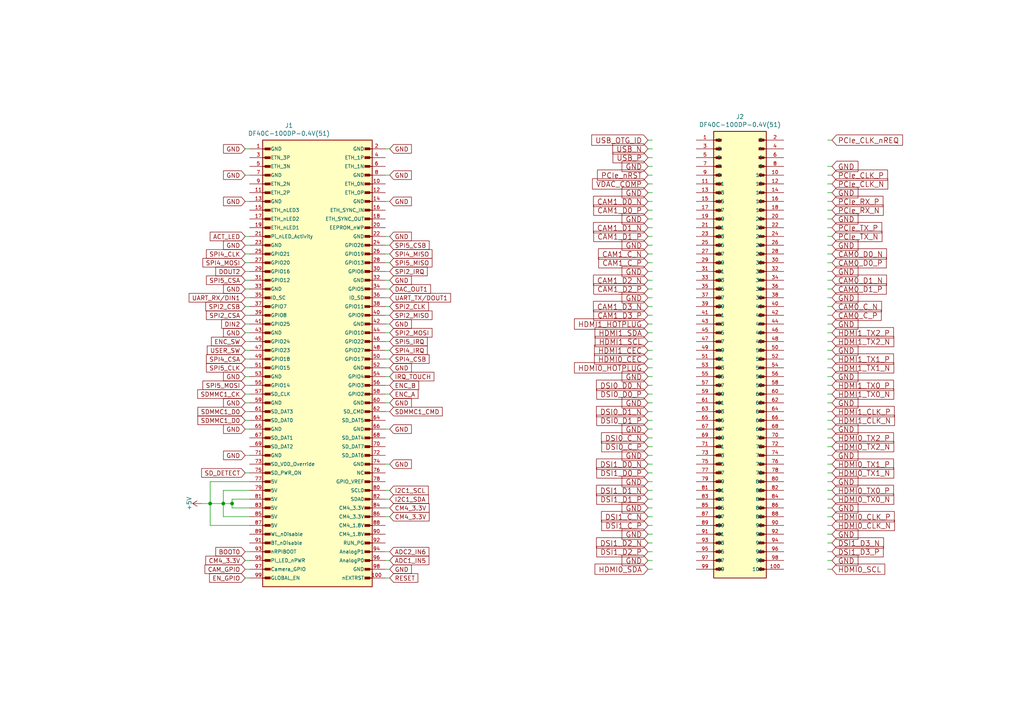
<source format=kicad_sch>
(kicad_sch (version 20230121) (generator eeschema)
  (paper "A4")
  (lib_symbols
    (symbol "DF40C-100DP-0.4V(51)_1" (pin_names (offset 1.016))
      (property "Reference" "J10" (at -7.62 70.2818 0))
      (property "Value" "DF40C-100DP-0.4V(51)" (at -7.62 67.9704 0))
      (symbol "DF40C-100DP-0.4V(51)_1_1_0"
        (pin passive line (at -19.05 63.5 0) (length 5.08) (name "GND") (number "1"))
        (pin passive line (at 20.32 53.34 180) (length 5.08) (name "ETH_0N") (number "10"))
        (pin passive line (at 20.32 -60.96 180) (length 5.08) (name "nEXTRST") (number "100"))
        (pin passive line (at -19.05 50.8 0) (length 5.08) (name "ETH_2P") (number "11"))
        (pin passive line (at 20.32 50.8 180) (length 5.08) (name "ETH_0P") (number "12"))
        (pin passive line (at -19.05 48.26 0) (length 5.08) (name "GND") (number "13"))
        (pin passive line (at 20.32 48.26 180) (length 5.08) (name "GND") (number "14"))
        (pin passive line (at -19.05 45.72 0) (length 5.08) (name "ETH_nLED3") (number "15"))
        (pin passive line (at 20.32 45.72 180) (length 5.08) (name "ETH_SYNC_IN") (number "16"))
        (pin passive line (at -19.05 43.18 0) (length 5.08) (name "ETH_nLED2") (number "17"))
        (pin passive line (at 20.32 43.18 180) (length 5.08) (name "ETH_SYNC_OUT") (number "18"))
        (pin passive line (at -19.05 40.64 0) (length 5.08) (name "ETH_nLED1") (number "19"))
        (pin passive line (at 20.32 63.5 180) (length 5.08) (name "GND") (number "2"))
        (pin passive line (at 20.32 40.64 180) (length 5.08) (name "EEPROM_nWP") (number "20"))
        (pin passive line (at -19.05 38.1 0) (length 5.08) (name "Pi_nLED_Activity") (number "21"))
        (pin passive line (at 20.32 38.1 180) (length 5.08) (name "GND") (number "22"))
        (pin passive line (at -19.05 35.56 0) (length 5.08) (name "GND") (number "23"))
        (pin passive line (at 20.32 35.56 180) (length 5.08) (name "GPIO26") (number "24"))
        (pin passive line (at -19.05 33.02 0) (length 5.08) (name "GPIO21") (number "25"))
        (pin passive line (at 20.32 33.02 180) (length 5.08) (name "GPIO19") (number "26"))
        (pin passive line (at -19.05 30.48 0) (length 5.08) (name "GPIO20") (number "27"))
        (pin passive line (at 20.32 30.48 180) (length 5.08) (name "GPIO13") (number "28"))
        (pin passive line (at -19.05 27.94 0) (length 5.08) (name "GPIO16") (number "29"))
        (pin passive line (at -19.05 60.96 0) (length 5.08) (name "ETN_3P") (number "3"))
        (pin passive line (at 20.32 27.94 180) (length 5.08) (name "GPIO6") (number "30"))
        (pin passive line (at -19.05 25.4 0) (length 5.08) (name "GPIO12") (number "31"))
        (pin passive line (at 20.32 25.4 180) (length 5.08) (name "GND") (number "32"))
        (pin passive line (at -19.05 22.86 0) (length 5.08) (name "GND") (number "33"))
        (pin passive line (at 20.32 22.86 180) (length 5.08) (name "GPIO5") (number "34"))
        (pin passive line (at -19.05 20.32 0) (length 5.08) (name "ID_SC") (number "35"))
        (pin passive line (at 20.32 20.32 180) (length 5.08) (name "ID_SD") (number "36"))
        (pin passive line (at -19.05 17.78 0) (length 5.08) (name "GPIO7") (number "37"))
        (pin passive line (at 20.32 17.78 180) (length 5.08) (name "GPIO11") (number "38"))
        (pin passive line (at -19.05 15.24 0) (length 5.08) (name "GPIO8") (number "39"))
        (pin passive line (at 20.32 60.96 180) (length 5.08) (name "ETH_1P") (number "4"))
        (pin passive line (at 20.32 15.24 180) (length 5.08) (name "GPIO9") (number "40"))
        (pin passive line (at -19.05 12.7 0) (length 5.08) (name "GPIO25") (number "41"))
        (pin passive line (at 20.32 12.7 180) (length 5.08) (name "GND") (number "42"))
        (pin passive line (at -19.05 10.16 0) (length 5.08) (name "GND") (number "43"))
        (pin passive line (at 20.32 10.16 180) (length 5.08) (name "GPIO10") (number "44"))
        (pin passive line (at -19.05 7.62 0) (length 5.08) (name "GPIO24") (number "45"))
        (pin passive line (at 20.32 7.62 180) (length 5.08) (name "GPIO22") (number "46"))
        (pin passive line (at -19.05 5.08 0) (length 5.08) (name "GPIO23") (number "47"))
        (pin passive line (at 20.32 5.08 180) (length 5.08) (name "GPIO27") (number "48"))
        (pin passive line (at -19.05 2.54 0) (length 5.08) (name "GPIO18") (number "49"))
        (pin passive line (at -19.05 58.42 0) (length 5.08) (name "ETH_3N") (number "5"))
        (pin passive line (at 20.32 2.54 180) (length 5.08) (name "GPIO17") (number "50"))
        (pin passive line (at -19.05 0 0) (length 5.08) (name "GPIO15") (number "51"))
        (pin passive line (at 20.32 0 180) (length 5.08) (name "GND") (number "52"))
        (pin passive line (at -19.05 -2.54 0) (length 5.08) (name "GND") (number "53"))
        (pin passive line (at 20.32 -2.54 180) (length 5.08) (name "GPIO4") (number "54"))
        (pin passive line (at -19.05 -5.08 0) (length 5.08) (name "GPIO14") (number "55"))
        (pin passive line (at 20.32 -5.08 180) (length 5.08) (name "GPIO3") (number "56"))
        (pin passive line (at -19.05 -7.62 0) (length 5.08) (name "SD_CLK") (number "57"))
        (pin passive line (at 20.32 -7.62 180) (length 5.08) (name "GPIO2") (number "58"))
        (pin passive line (at -19.05 -10.16 0) (length 5.08) (name "GND") (number "59"))
        (pin passive line (at 20.32 58.42 180) (length 5.08) (name "ETH_1N") (number "6"))
        (pin passive line (at 20.32 -10.16 180) (length 5.08) (name "GND") (number "60"))
        (pin passive line (at -19.05 -12.7 0) (length 5.08) (name "SD_DAT3") (number "61"))
        (pin passive line (at 20.32 -12.7 180) (length 5.08) (name "SD_CMD") (number "62"))
        (pin passive line (at -19.05 -15.24 0) (length 5.08) (name "SD_DAT0") (number "63"))
        (pin passive line (at 20.32 -15.24 180) (length 5.08) (name "SD_DAT5") (number "64"))
        (pin passive line (at -19.05 -17.78 0) (length 5.08) (name "GND") (number "65"))
        (pin passive line (at 20.32 -17.78 180) (length 5.08) (name "GND") (number "66"))
        (pin passive line (at -19.05 -20.32 0) (length 5.08) (name "SD_DAT1") (number "67"))
        (pin passive line (at 20.32 -20.32 180) (length 5.08) (name "SD_DAT4") (number "68"))
        (pin passive line (at -19.05 -22.86 0) (length 5.08) (name "SD_DAT2") (number "69"))
        (pin passive line (at -19.05 55.88 0) (length 5.08) (name "GND") (number "7"))
        (pin passive line (at 20.32 -22.86 180) (length 5.08) (name "SD_DAT7") (number "70"))
        (pin passive line (at -19.05 -25.4 0) (length 5.08) (name "GND") (number "71"))
        (pin passive line (at 20.32 -25.4 180) (length 5.08) (name "SD_DAT6") (number "72"))
        (pin passive line (at -19.05 -27.94 0) (length 5.08) (name "SD_VDD_Override") (number "73"))
        (pin passive line (at 20.32 -27.94 180) (length 5.08) (name "GND") (number "74"))
        (pin passive line (at -19.05 -30.48 0) (length 5.08) (name "SD_PWR_ON") (number "75"))
        (pin passive line (at 20.32 -30.48 180) (length 5.08) (name "NC") (number "76"))
        (pin passive line (at -19.05 -33.02 0) (length 5.08) (name "5V") (number "77"))
        (pin passive line (at 20.32 -33.02 180) (length 5.08) (name "GPIO_VREF") (number "78"))
        (pin passive line (at -19.05 -35.56 0) (length 5.08) (name "5V") (number "79"))
        (pin passive line (at 20.32 55.88 180) (length 5.08) (name "GND") (number "8"))
        (pin passive line (at 20.32 -35.56 180) (length 5.08) (name "SCL0") (number "80"))
        (pin passive line (at -19.05 -38.1 0) (length 5.08) (name "5V") (number "81"))
        (pin passive line (at 20.32 -38.1 180) (length 5.08) (name "SDA0") (number "82"))
        (pin passive line (at -19.05 -40.64 0) (length 5.08) (name "5V") (number "83"))
        (pin passive line (at 20.32 -40.64 180) (length 5.08) (name "CM4_3.3V") (number "84"))
        (pin passive line (at -19.05 -43.18 0) (length 5.08) (name "5V") (number "85"))
        (pin passive line (at 20.32 -43.18 180) (length 5.08) (name "CM4_3.3V") (number "86"))
        (pin passive line (at -19.05 -45.72 0) (length 5.08) (name "5V") (number "87"))
        (pin passive line (at 20.32 -45.72 180) (length 5.08) (name "CM4_1.8V") (number "88"))
        (pin passive line (at -19.05 -48.26 0) (length 5.08) (name "WL_nDisable") (number "89"))
        (pin passive line (at -19.05 53.34 0) (length 5.08) (name "ETN_2N") (number "9"))
        (pin passive line (at 20.32 -48.26 180) (length 5.08) (name "CM4_1.8V") (number "90"))
        (pin passive line (at -19.05 -50.8 0) (length 5.08) (name "BT_nDisable") (number "91"))
        (pin passive line (at 20.32 -50.8 180) (length 5.08) (name "RUN_PG") (number "92"))
        (pin passive line (at -19.05 -53.34 0) (length 5.08) (name "nRPIBOOT") (number "93"))
        (pin passive line (at 20.32 -53.34 180) (length 5.08) (name "AnalogP1") (number "94"))
        (pin passive line (at -19.05 -55.88 0) (length 5.08) (name "PI_LED_nPWR") (number "95"))
        (pin passive line (at 20.32 -55.88 180) (length 5.08) (name "AnalogP0") (number "96"))
        (pin passive line (at -19.05 -58.42 0) (length 5.08) (name "Camera_GPIO") (number "97"))
        (pin passive line (at 20.32 -58.42 180) (length 5.08) (name "GND") (number "98"))
        (pin passive line (at -19.05 -60.96 0) (length 5.08) (name "GLOBAL_EN") (number "99"))
      )
    )
    (symbol "DF40C-100DP-0.4V_51_:DF40C-100DP-0.4V(51)" (pin_names (offset 1.016))
      (property "Reference" "J" (at -7.62 64.262 0))
      (property "Value" "DF40C-100DP-0.4V(51)" (at -7.62 -66.802 0))
      (symbol "DF40C-100DP-0.4V(51)_0_0"
        (pin passive line (at -12.7 60.96 0) (length 5.08) (name "1") (number "1"))
        (pin passive line (at 12.7 50.8 180) (length 5.08) (name "10") (number "10"))
        (pin passive line (at 12.7 -63.5 180) (length 5.08) (name "100") (number "100"))
        (pin passive line (at -12.7 48.26 0) (length 5.08) (name "11") (number "11"))
        (pin passive line (at 12.7 48.26 180) (length 5.08) (name "12") (number "12"))
        (pin passive line (at -12.7 45.72 0) (length 5.08) (name "13") (number "13"))
        (pin passive line (at 12.7 45.72 180) (length 5.08) (name "14") (number "14"))
        (pin passive line (at -12.7 43.18 0) (length 5.08) (name "15") (number "15"))
        (pin passive line (at 12.7 43.18 180) (length 5.08) (name "16") (number "16"))
        (pin passive line (at -12.7 40.64 0) (length 5.08) (name "17") (number "17"))
        (pin passive line (at 12.7 40.64 180) (length 5.08) (name "18") (number "18"))
        (pin passive line (at -12.7 38.1 0) (length 5.08) (name "19") (number "19"))
        (pin passive line (at 12.7 60.96 180) (length 5.08) (name "2") (number "2"))
        (pin passive line (at 12.7 38.1 180) (length 5.08) (name "20") (number "20"))
        (pin passive line (at -12.7 35.56 0) (length 5.08) (name "21") (number "21"))
        (pin passive line (at 12.7 35.56 180) (length 5.08) (name "22") (number "22"))
        (pin passive line (at -12.7 33.02 0) (length 5.08) (name "23") (number "23"))
        (pin passive line (at 12.7 33.02 180) (length 5.08) (name "24") (number "24"))
        (pin passive line (at -12.7 30.48 0) (length 5.08) (name "25") (number "25"))
        (pin passive line (at 12.7 30.48 180) (length 5.08) (name "26") (number "26"))
        (pin passive line (at -12.7 27.94 0) (length 5.08) (name "27") (number "27"))
        (pin passive line (at 12.7 27.94 180) (length 5.08) (name "28") (number "28"))
        (pin passive line (at -12.7 25.4 0) (length 5.08) (name "29") (number "29"))
        (pin passive line (at -12.7 58.42 0) (length 5.08) (name "3") (number "3"))
        (pin passive line (at 12.7 25.4 180) (length 5.08) (name "30") (number "30"))
        (pin passive line (at -12.7 22.86 0) (length 5.08) (name "31") (number "31"))
        (pin passive line (at 12.7 22.86 180) (length 5.08) (name "32") (number "32"))
        (pin passive line (at -12.7 20.32 0) (length 5.08) (name "33") (number "33"))
        (pin passive line (at 12.7 20.32 180) (length 5.08) (name "34") (number "34"))
        (pin passive line (at -12.7 17.78 0) (length 5.08) (name "35") (number "35"))
        (pin passive line (at 12.7 17.78 180) (length 5.08) (name "36") (number "36"))
        (pin passive line (at -12.7 15.24 0) (length 5.08) (name "37") (number "37"))
        (pin passive line (at 12.7 15.24 180) (length 5.08) (name "38") (number "38"))
        (pin passive line (at -12.7 12.7 0) (length 5.08) (name "39") (number "39"))
        (pin passive line (at 12.7 58.42 180) (length 5.08) (name "4") (number "4"))
        (pin passive line (at 12.7 12.7 180) (length 5.08) (name "40") (number "40"))
        (pin passive line (at -12.7 10.16 0) (length 5.08) (name "41") (number "41"))
        (pin passive line (at 12.7 10.16 180) (length 5.08) (name "42") (number "42"))
        (pin passive line (at -12.7 7.62 0) (length 5.08) (name "43") (number "43"))
        (pin passive line (at 12.7 7.62 180) (length 5.08) (name "44") (number "44"))
        (pin passive line (at -12.7 5.08 0) (length 5.08) (name "45") (number "45"))
        (pin passive line (at 12.7 5.08 180) (length 5.08) (name "46") (number "46"))
        (pin passive line (at -12.7 2.54 0) (length 5.08) (name "47") (number "47"))
        (pin passive line (at 12.7 2.54 180) (length 5.08) (name "48") (number "48"))
        (pin passive line (at -12.7 0 0) (length 5.08) (name "49") (number "49"))
        (pin passive line (at -12.7 55.88 0) (length 5.08) (name "5") (number "5"))
        (pin passive line (at 12.7 0 180) (length 5.08) (name "50") (number "50"))
        (pin passive line (at -12.7 -2.54 0) (length 5.08) (name "51") (number "51"))
        (pin passive line (at 12.7 -2.54 180) (length 5.08) (name "52") (number "52"))
        (pin passive line (at -12.7 -5.08 0) (length 5.08) (name "53") (number "53"))
        (pin passive line (at 12.7 -5.08 180) (length 5.08) (name "54") (number "54"))
        (pin passive line (at -12.7 -7.62 0) (length 5.08) (name "55") (number "55"))
        (pin passive line (at 12.7 -7.62 180) (length 5.08) (name "56") (number "56"))
        (pin passive line (at -12.7 -10.16 0) (length 5.08) (name "57") (number "57"))
        (pin passive line (at 12.7 -10.16 180) (length 5.08) (name "58") (number "58"))
        (pin passive line (at -12.7 -12.7 0) (length 5.08) (name "59") (number "59"))
        (pin passive line (at 12.7 55.88 180) (length 5.08) (name "6") (number "6"))
        (pin passive line (at 12.7 -12.7 180) (length 5.08) (name "60") (number "60"))
        (pin passive line (at -12.7 -15.24 0) (length 5.08) (name "61") (number "61"))
        (pin passive line (at 12.7 -15.24 180) (length 5.08) (name "62") (number "62"))
        (pin passive line (at -12.7 -17.78 0) (length 5.08) (name "63") (number "63"))
        (pin passive line (at 12.7 -17.78 180) (length 5.08) (name "64") (number "64"))
        (pin passive line (at -12.7 -20.32 0) (length 5.08) (name "65") (number "65"))
        (pin passive line (at 12.7 -20.32 180) (length 5.08) (name "66") (number "66"))
        (pin passive line (at -12.7 -22.86 0) (length 5.08) (name "67") (number "67"))
        (pin passive line (at 12.7 -22.86 180) (length 5.08) (name "68") (number "68"))
        (pin passive line (at -12.7 -25.4 0) (length 5.08) (name "69") (number "69"))
        (pin passive line (at -12.7 53.34 0) (length 5.08) (name "7") (number "7"))
        (pin passive line (at 12.7 -25.4 180) (length 5.08) (name "70") (number "70"))
        (pin passive line (at -12.7 -27.94 0) (length 5.08) (name "71") (number "71"))
        (pin passive line (at 12.7 -27.94 180) (length 5.08) (name "72") (number "72"))
        (pin passive line (at -12.7 -30.48 0) (length 5.08) (name "73") (number "73"))
        (pin passive line (at 12.7 -30.48 180) (length 5.08) (name "74") (number "74"))
        (pin passive line (at -12.7 -33.02 0) (length 5.08) (name "75") (number "75"))
        (pin passive line (at 12.7 -33.02 180) (length 5.08) (name "76") (number "76"))
        (pin passive line (at -12.7 -35.56 0) (length 5.08) (name "77") (number "77"))
        (pin passive line (at 12.7 -35.56 180) (length 5.08) (name "78") (number "78"))
        (pin passive line (at -12.7 -38.1 0) (length 5.08) (name "79") (number "79"))
        (pin passive line (at 12.7 53.34 180) (length 5.08) (name "8") (number "8"))
        (pin passive line (at 12.7 -38.1 180) (length 5.08) (name "80") (number "80"))
        (pin passive line (at -12.7 -40.64 0) (length 5.08) (name "81") (number "81"))
        (pin passive line (at 12.7 -40.64 180) (length 5.08) (name "82") (number "82"))
        (pin passive line (at -12.7 -43.18 0) (length 5.08) (name "83") (number "83"))
        (pin passive line (at 12.7 -43.18 180) (length 5.08) (name "84") (number "84"))
        (pin passive line (at -12.7 -45.72 0) (length 5.08) (name "85") (number "85"))
        (pin passive line (at 12.7 -45.72 180) (length 5.08) (name "86") (number "86"))
        (pin passive line (at -12.7 -48.26 0) (length 5.08) (name "87") (number "87"))
        (pin passive line (at 12.7 -48.26 180) (length 5.08) (name "88") (number "88"))
        (pin passive line (at -12.7 -50.8 0) (length 5.08) (name "89") (number "89"))
        (pin passive line (at -12.7 50.8 0) (length 5.08) (name "9") (number "9"))
        (pin passive line (at 12.7 -50.8 180) (length 5.08) (name "90") (number "90"))
        (pin passive line (at -12.7 -53.34 0) (length 5.08) (name "91") (number "91"))
        (pin passive line (at 12.7 -53.34 180) (length 5.08) (name "92") (number "92"))
        (pin passive line (at -12.7 -55.88 0) (length 5.08) (name "93") (number "93"))
        (pin passive line (at 12.7 -55.88 180) (length 5.08) (name "94") (number "94"))
        (pin passive line (at -12.7 -58.42 0) (length 5.08) (name "95") (number "95"))
        (pin passive line (at 12.7 -58.42 180) (length 5.08) (name "96") (number "96"))
        (pin passive line (at -12.7 -60.96 0) (length 5.08) (name "97") (number "97"))
        (pin passive line (at 12.7 -60.96 180) (length 5.08) (name "98") (number "98"))
        (pin passive line (at -12.7 -63.5 0) (length 5.08) (name "99") (number "99"))
      )
    )
    (symbol "power:+5V" (power) (pin_names (offset 0))
      (property "Value" "+5V" (at 0 3.556 0))
      (symbol "+5V_1_1"
        (pin power_in line (at 0 0 90) (length 0) hide (name "+5V") (number "1"))
      )
    )
  )
  (junction (at 64.77 146.05))
  (junction (at 60.96 146.05))
  (junction (at 67.31 146.05))
  (wire (pts (xy 189.23 104.14) (xy 187.96 104.14)))
  (wire (pts (xy 71.12 81.28) (xy 72.39 81.28)))
  (wire (pts (xy 241.3 63.5) (xy 240.03 63.5)))
  (wire (pts (xy 189.23 83.82) (xy 187.96 83.82)))
  (wire (pts (xy 72.39 114.3) (xy 71.12 114.3)))
  (wire (pts (xy 64.77 142.24) (xy 64.77 146.05)))
  (wire (pts (xy 240.03 139.7) (xy 241.3 139.7)))
  (wire (pts (xy 64.77 146.05) (xy 60.96 146.05)))
  (wire (pts (xy 113.03 144.78) (xy 111.76 144.78)))
  (wire (pts (xy 187.96 160.02) (xy 189.23 160.02)))
  (wire (pts (xy 240.03 106.68) (xy 241.3 106.68)))
  (wire (pts (xy 240.03 88.9) (xy 241.3 88.9)))
  (wire (pts (xy 241.3 78.74) (xy 240.03 78.74)))
  (wire (pts (xy 71.12 132.08) (xy 72.39 132.08)))
  (wire (pts (xy 72.39 88.9) (xy 71.12 88.9)))
  (wire (pts (xy 111.76 165.1) (xy 113.03 165.1)))
  (wire (pts (xy 111.76 149.86) (xy 113.03 149.86)))
  (wire (pts (xy 189.23 162.56) (xy 187.96 162.56)))
  (wire (pts (xy 240.03 40.64) (xy 241.3 40.64)))
  (wire (pts (xy 187.96 147.32) (xy 189.23 147.32)))
  (wire (pts (xy 241.3 124.46) (xy 240.03 124.46)))
  (wire (pts (xy 113.03 58.42) (xy 111.76 58.42)))
  (wire (pts (xy 72.39 50.8) (xy 71.12 50.8)))
  (wire (pts (xy 72.39 83.82) (xy 71.12 83.82)))
  (wire (pts (xy 241.3 162.56) (xy 240.03 162.56)))
  (wire (pts (xy 187.96 106.68) (xy 189.23 106.68)))
  (wire (pts (xy 72.39 109.22) (xy 71.12 109.22)))
  (wire (pts (xy 240.03 165.1) (xy 241.3 165.1)))
  (wire (pts (xy 240.03 60.96) (xy 241.3 60.96)))
  (wire (pts (xy 71.12 86.36) (xy 72.39 86.36)))
  (wire (pts (xy 189.23 116.84) (xy 187.96 116.84)))
  (wire (pts (xy 71.12 165.1) (xy 72.39 165.1)))
  (wire (pts (xy 241.3 91.44) (xy 240.03 91.44)))
  (wire (pts (xy 189.23 109.22) (xy 187.96 109.22)))
  (wire (pts (xy 187.96 91.44) (xy 189.23 91.44)))
  (wire (pts (xy 111.76 91.44) (xy 113.03 91.44)))
  (wire (pts (xy 189.23 73.66) (xy 187.96 73.66)))
  (wire (pts (xy 187.96 124.46) (xy 189.23 124.46)))
  (wire (pts (xy 187.96 66.04) (xy 189.23 66.04)))
  (wire (pts (xy 240.03 127) (xy 241.3 127)))
  (wire (pts (xy 67.31 147.32) (xy 67.31 146.05)))
  (wire (pts (xy 241.3 137.16) (xy 240.03 137.16)))
  (wire (pts (xy 60.96 139.7) (xy 60.96 146.05)))
  (wire (pts (xy 111.76 142.24) (xy 113.03 142.24)))
  (wire (pts (xy 71.12 137.16) (xy 72.39 137.16)))
  (wire (pts (xy 241.3 73.66) (xy 240.03 73.66)))
  (wire (pts (xy 72.39 142.24) (xy 64.77 142.24)))
  (wire (pts (xy 189.23 45.72) (xy 187.96 45.72)))
  (wire (pts (xy 187.96 40.64) (xy 189.23 40.64)))
  (wire (pts (xy 111.76 50.8) (xy 113.03 50.8)))
  (wire (pts (xy 187.96 60.96) (xy 189.23 60.96)))
  (wire (pts (xy 240.03 58.42) (xy 241.3 58.42)))
  (wire (pts (xy 71.12 124.46) (xy 72.39 124.46)))
  (wire (pts (xy 240.03 83.82) (xy 241.3 83.82)))
  (wire (pts (xy 113.03 43.18) (xy 111.76 43.18)))
  (wire (pts (xy 187.96 165.1) (xy 189.23 165.1)))
  (wire (pts (xy 72.39 119.38) (xy 71.12 119.38)))
  (wire (pts (xy 240.03 152.4) (xy 241.3 152.4)))
  (wire (pts (xy 189.23 63.5) (xy 187.96 63.5)))
  (wire (pts (xy 113.03 68.58) (xy 111.76 68.58)))
  (wire (pts (xy 60.96 146.05) (xy 60.96 152.4)))
  (wire (pts (xy 71.12 167.64) (xy 72.39 167.64)))
  (wire (pts (xy 113.03 134.62) (xy 111.76 134.62)))
  (wire (pts (xy 111.76 76.2) (xy 113.03 76.2)))
  (wire (pts (xy 241.3 119.38) (xy 240.03 119.38)))
  (wire (pts (xy 189.23 58.42) (xy 187.96 58.42)))
  (wire (pts (xy 187.96 111.76) (xy 189.23 111.76)))
  (wire (pts (xy 241.3 149.86) (xy 240.03 149.86)))
  (wire (pts (xy 113.03 93.98) (xy 111.76 93.98)))
  (wire (pts (xy 241.3 86.36) (xy 240.03 86.36)))
  (wire (pts (xy 111.76 114.3) (xy 113.03 114.3)))
  (wire (pts (xy 240.03 66.04) (xy 241.3 66.04)))
  (wire (pts (xy 241.3 71.12) (xy 240.03 71.12)))
  (wire (pts (xy 187.96 86.36) (xy 189.23 86.36)))
  (wire (pts (xy 189.23 48.26) (xy 187.96 48.26)))
  (wire (pts (xy 241.3 144.78) (xy 240.03 144.78)))
  (wire (pts (xy 72.39 162.56) (xy 71.12 162.56)))
  (wire (pts (xy 240.03 53.34) (xy 241.3 53.34)))
  (wire (pts (xy 187.96 142.24) (xy 189.23 142.24)))
  (wire (pts (xy 189.23 93.98) (xy 187.96 93.98)))
  (wire (pts (xy 189.23 149.86) (xy 187.96 149.86)))
  (wire (pts (xy 240.03 93.98) (xy 241.3 93.98)))
  (wire (pts (xy 240.03 116.84) (xy 241.3 116.84)))
  (wire (pts (xy 241.3 48.26) (xy 240.03 48.26)))
  (wire (pts (xy 187.96 114.3) (xy 189.23 114.3)))
  (wire (pts (xy 72.39 139.7) (xy 60.96 139.7)))
  (wire (pts (xy 187.96 101.6) (xy 189.23 101.6)))
  (wire (pts (xy 113.03 116.84) (xy 111.76 116.84)))
  (wire (pts (xy 187.96 43.18) (xy 189.23 43.18)))
  (wire (pts (xy 71.12 76.2) (xy 72.39 76.2)))
  (wire (pts (xy 187.96 119.38) (xy 189.23 119.38)))
  (wire (pts (xy 111.76 109.22) (xy 113.03 109.22)))
  (wire (pts (xy 111.76 160.02) (xy 113.03 160.02)))
  (wire (pts (xy 189.23 78.74) (xy 187.96 78.74)))
  (wire (pts (xy 240.03 68.58) (xy 241.3 68.58)))
  (wire (pts (xy 113.03 101.6) (xy 111.76 101.6)))
  (wire (pts (xy 67.31 146.05) (xy 64.77 146.05)))
  (wire (pts (xy 240.03 76.2) (xy 241.3 76.2)))
  (wire (pts (xy 67.31 144.78) (xy 72.39 144.78)))
  (wire (pts (xy 71.12 43.18) (xy 72.39 43.18)))
  (wire (pts (xy 189.23 53.34) (xy 187.96 53.34)))
  (wire (pts (xy 241.3 157.48) (xy 240.03 157.48)))
  (wire (pts (xy 111.76 81.28) (xy 113.03 81.28)))
  (wire (pts (xy 113.03 124.46) (xy 111.76 124.46)))
  (wire (pts (xy 240.03 111.76) (xy 241.3 111.76)))
  (wire (pts (xy 72.39 149.86) (xy 64.77 149.86)))
  (wire (pts (xy 71.12 121.92) (xy 72.39 121.92)))
  (wire (pts (xy 71.12 58.42) (xy 72.39 58.42)))
  (wire (pts (xy 240.03 142.24) (xy 241.3 142.24)))
  (wire (pts (xy 111.76 86.36) (xy 113.03 86.36)))
  (wire (pts (xy 72.39 104.14) (xy 71.12 104.14)))
  (wire (pts (xy 113.03 78.74) (xy 111.76 78.74)))
  (wire (pts (xy 240.03 147.32) (xy 241.3 147.32)))
  (wire (pts (xy 72.39 93.98) (xy 71.12 93.98)))
  (wire (pts (xy 189.23 144.78) (xy 187.96 144.78)))
  (wire (pts (xy 240.03 154.94) (xy 241.3 154.94)))
  (wire (pts (xy 72.39 78.74) (xy 71.12 78.74)))
  (wire (pts (xy 111.76 71.12) (xy 113.03 71.12)))
  (wire (pts (xy 72.39 73.66) (xy 71.12 73.66)))
  (wire (pts (xy 71.12 106.68) (xy 72.39 106.68)))
  (wire (pts (xy 241.3 109.22) (xy 240.03 109.22)))
  (wire (pts (xy 189.23 154.94) (xy 187.96 154.94)))
  (wire (pts (xy 241.3 55.88) (xy 240.03 55.88)))
  (wire (pts (xy 240.03 129.54) (xy 241.3 129.54)))
  (wire (pts (xy 113.03 73.66) (xy 111.76 73.66)))
  (wire (pts (xy 71.12 71.12) (xy 72.39 71.12)))
  (wire (pts (xy 241.3 132.08) (xy 240.03 132.08)))
  (wire (pts (xy 60.96 152.4) (xy 72.39 152.4)))
  (wire (pts (xy 189.23 132.08) (xy 187.96 132.08)))
  (wire (pts (xy 187.96 157.48) (xy 189.23 157.48)))
  (wire (pts (xy 111.76 119.38) (xy 113.03 119.38)))
  (wire (pts (xy 187.96 76.2) (xy 189.23 76.2)))
  (wire (pts (xy 113.03 111.76) (xy 111.76 111.76)))
  (wire (pts (xy 240.03 50.8) (xy 241.3 50.8)))
  (wire (pts (xy 240.03 104.14) (xy 241.3 104.14)))
  (wire (pts (xy 71.12 96.52) (xy 72.39 96.52)))
  (wire (pts (xy 189.23 121.92) (xy 187.96 121.92)))
  (wire (pts (xy 187.96 139.7) (xy 189.23 139.7)))
  (wire (pts (xy 113.03 162.56) (xy 111.76 162.56)))
  (wire (pts (xy 71.12 101.6) (xy 72.39 101.6)))
  (wire (pts (xy 71.12 111.76) (xy 72.39 111.76)))
  (wire (pts (xy 189.23 137.16) (xy 187.96 137.16)))
  (wire (pts (xy 241.3 114.3) (xy 240.03 114.3)))
  (wire (pts (xy 60.96 146.05) (xy 58.42 146.05)))
  (wire (pts (xy 111.76 147.32) (xy 113.03 147.32)))
  (wire (pts (xy 241.3 96.52) (xy 240.03 96.52)))
  (wire (pts (xy 64.77 149.86) (xy 64.77 146.05)))
  (wire (pts (xy 111.76 167.64) (xy 113.03 167.64)))
  (wire (pts (xy 111.76 104.14) (xy 113.03 104.14)))
  (wire (pts (xy 187.96 55.88) (xy 189.23 55.88)))
  (wire (pts (xy 113.03 106.68) (xy 111.76 106.68)))
  (wire (pts (xy 240.03 160.02) (xy 241.3 160.02)))
  (wire (pts (xy 187.96 81.28) (xy 189.23 81.28)))
  (wire (pts (xy 72.39 147.32) (xy 67.31 147.32)))
  (wire (pts (xy 241.3 101.6) (xy 240.03 101.6)))
  (wire (pts (xy 71.12 116.84) (xy 72.39 116.84)))
  (wire (pts (xy 189.23 127) (xy 187.96 127)))
  (wire (pts (xy 187.96 71.12) (xy 189.23 71.12)))
  (wire (pts (xy 240.03 134.62) (xy 241.3 134.62)))
  (wire (pts (xy 187.96 50.8) (xy 189.23 50.8)))
  (wire (pts (xy 72.39 68.58) (xy 71.12 68.58)))
  (wire (pts (xy 72.39 160.02) (xy 71.12 160.02)))
  (wire (pts (xy 111.76 99.06) (xy 113.03 99.06)))
  (wire (pts (xy 71.12 91.44) (xy 72.39 91.44)))
  (wire (pts (xy 189.23 68.58) (xy 187.96 68.58)))
  (wire (pts (xy 189.23 88.9) (xy 187.96 88.9)))
  (wire (pts (xy 240.03 81.28) (xy 241.3 81.28)))
  (wire (pts (xy 240.03 99.06) (xy 241.3 99.06)))
  (wire (pts (xy 113.03 83.82) (xy 111.76 83.82)))
  (wire (pts (xy 187.96 152.4) (xy 189.23 152.4)))
  (wire (pts (xy 187.96 134.62) (xy 189.23 134.62)))
  (wire (pts (xy 187.96 96.52) (xy 189.23 96.52)))
  (wire (pts (xy 111.76 96.52) (xy 113.03 96.52)))
  (wire (pts (xy 113.03 88.9) (xy 111.76 88.9)))
  (wire (pts (xy 72.39 99.06) (xy 71.12 99.06)))
  (wire (pts (xy 240.03 121.92) (xy 241.3 121.92)))
  (wire (pts (xy 189.23 99.06) (xy 187.96 99.06)))
  (wire (pts (xy 67.31 144.78) (xy 67.31 146.05)))
  (wire (pts (xy 187.96 129.54) (xy 189.23 129.54)))
  (global_label "USB_P" (shape input) (at 187.96 45.72 180) (effects (font (size 1.524 1.524))) (property "Intersheetrefs" "${INTERSHEET_REFS}" (effects hide)))
  (global_label "SDMMC1_D0" (shape input) (at 71.12 121.92 180) (property "Intersheetrefs" "${INTERSHEET_REFS}" (effects hide)))
  (global_label "HDMI0_CLK_P" (shape input) (at 241.3 149.86 0) (effects (font (size 1.524 1.524))) (property "Intersheetrefs" "${INTERSHEET_REFS}" (effects hide)))
  (global_label "CAM0_D0_P" (shape input) (at 241.3 76.2 0) (effects (font (size 1.524 1.524))) (property "Intersheetrefs" "${INTERSHEET_REFS}" (effects hide)))
  (global_label "CAM1_C_N" (shape input) (at 187.96 73.66 180) (effects (font (size 1.524 1.524))) (property "Intersheetrefs" "${INTERSHEET_REFS}" (effects hide)))
  (global_label "SPI4_MOSI" (shape input) (at 71.12 76.2 180) (property "Intersheetrefs" "${INTERSHEET_REFS}" (effects hide)))
  (global_label "GND" (shape input) (at 113.03 116.84 0) (property "Intersheetrefs" "${INTERSHEET_REFS}" (effects hide)))
  (global_label "DSI1_D3_P" (shape input) (at 241.3 160.02 0) (effects (font (size 1.524 1.524))) (property "Intersheetrefs" "${INTERSHEET_REFS}" (effects hide)))
  (global_label "HDMI1_TX1_N" (shape input) (at 241.3 106.68 0) (effects (font (size 1.524 1.524))) (property "Intersheetrefs" "${INTERSHEET_REFS}" (effects hide)))
  (global_label "DSI1_D2_P" (shape input) (at 187.96 160.02 180) (effects (font (size 1.524 1.524))) (property "Intersheetrefs" "${INTERSHEET_REFS}" (effects hide)))
  (global_label "PCIe_CLK_P" (shape input) (at 241.3 50.8 0) (effects (font (size 1.524 1.524))) (property "Intersheetrefs" "${INTERSHEET_REFS}" (effects hide)))
  (global_label "SDMMC1_CMD" (shape input) (at 113.03 119.38 0) (property "Intersheetrefs" "${INTERSHEET_REFS}" (effects hide)))
  (global_label "VDAC_COMP" (shape input) (at 187.96 53.34 180) (effects (font (size 1.524 1.524))) (property "Intersheetrefs" "${INTERSHEET_REFS}" (effects hide)))
  (global_label "GND" (shape input) (at 113.03 81.28 0) (property "Intersheetrefs" "${INTERSHEET_REFS}" (effects hide)))
  (global_label "GND" (shape input) (at 187.96 162.56 180) (effects (font (size 1.524 1.524))) (property "Intersheetrefs" "${INTERSHEET_REFS}" (effects hide)))
  (global_label "HDMI0_SDA" (shape input) (at 187.96 165.1 180) (effects (font (size 1.524 1.524))) (property "Intersheetrefs" "${INTERSHEET_REFS}" (effects hide)))
  (global_label "SPI4_CSB" (shape input) (at 113.03 104.14 0) (property "Intersheetrefs" "${INTERSHEET_REFS}" (effects hide)))
  (global_label "GND" (shape input) (at 71.12 116.84 180) (property "Intersheetrefs" "${INTERSHEET_REFS}" (effects hide)))
  (global_label "GND" (shape input) (at 187.96 55.88 180) (effects (font (size 1.524 1.524))) (property "Intersheetrefs" "${INTERSHEET_REFS}" (effects hide)))
  (global_label "GND" (shape input) (at 113.03 68.58 0) (property "Intersheetrefs" "${INTERSHEET_REFS}" (effects hide)))
  (global_label "GND" (shape input) (at 71.12 96.52 180) (property "Intersheetrefs" "${INTERSHEET_REFS}" (effects hide)))
  (global_label "UART_RX{slash}DIN1" (shape input) (at 71.12 86.36 180) (property "Intersheetrefs" "${INTERSHEET_REFS}" (effects hide)))
  (global_label "GND" (shape input) (at 113.03 165.1 0) (property "Intersheetrefs" "${INTERSHEET_REFS}" (effects hide)))
  (global_label "RESET" (shape input) (at 113.03 167.64 0) (property "Intersheetrefs" "${INTERSHEET_REFS}" (effects hide)))
  (global_label "HDMI0_TX1_N" (shape input) (at 241.3 137.16 0) (effects (font (size 1.524 1.524))) (property "Intersheetrefs" "${INTERSHEET_REFS}" (effects hide)))
  (global_label "SPI4_IRQ" (shape input) (at 113.03 101.6 0) (property "Intersheetrefs" "${INTERSHEET_REFS}" (effects hide)))
  (global_label "CAM1_D0_P" (shape input) (at 187.96 60.96 180) (effects (font (size 1.524 1.524))) (property "Intersheetrefs" "${INTERSHEET_REFS}" (effects hide)))
  (global_label "HDMI1_SDA" (shape input) (at 187.96 96.52 180) (effects (font (size 1.524 1.524))) (property "Intersheetrefs" "${INTERSHEET_REFS}" (effects hide)))
  (global_label "HDMI0_TX2_P" (shape input) (at 241.3 127 0) (effects (font (size 1.524 1.524))) (property "Intersheetrefs" "${INTERSHEET_REFS}" (effects hide)))
  (global_label "GND" (shape input) (at 71.12 50.8 180) (property "Intersheetrefs" "${INTERSHEET_REFS}" (effects hide)))
  (global_label "GND" (shape input) (at 241.3 132.08 0) (effects (font (size 1.524 1.524))) (property "Intersheetrefs" "${INTERSHEET_REFS}" (effects hide)))
  (global_label "GND" (shape input) (at 113.03 43.18 0) (property "Intersheetrefs" "${INTERSHEET_REFS}" (effects hide)))
  (global_label "CM4_3.3V" (shape input) (at 113.03 147.32 0) (property "Intersheetrefs" "${INTERSHEET_REFS}" (effects hide)))
  (global_label "HDMI0_TX0_N" (shape input) (at 241.3 144.78 0) (effects (font (size 1.524 1.524))) (property "Intersheetrefs" "${INTERSHEET_REFS}" (effects hide)))
  (global_label "I2C1_SCL" (shape input) (at 113.03 142.24 0) (property "Intersheetrefs" "${INTERSHEET_REFS}" (effects hide)))
  (global_label "SPI5_CSB" (shape input) (at 113.03 71.12 0) (property "Intersheetrefs" "${INTERSHEET_REFS}" (effects hide)))
  (global_label "ADC2_IN6" (shape input) (at 113.03 160.02 0) (property "Intersheetrefs" "${INTERSHEET_REFS}" (effects hide)))
  (global_label "GND" (shape input) (at 113.03 124.46 0) (property "Intersheetrefs" "${INTERSHEET_REFS}" (effects hide)))
  (global_label "I2C1_SDA" (shape input) (at 113.03 144.78 0) (property "Intersheetrefs" "${INTERSHEET_REFS}" (effects hide)))
  (global_label "SPI4_CSA" (shape input) (at 71.12 104.14 180) (property "Intersheetrefs" "${INTERSHEET_REFS}" (effects hide)))
  (global_label "GND" (shape input) (at 71.12 83.82 180) (property "Intersheetrefs" "${INTERSHEET_REFS}" (effects hide)))
  (global_label "DSI1_D3_N" (shape input) (at 241.3 157.48 0) (effects (font (size 1.524 1.524))) (property "Intersheetrefs" "${INTERSHEET_REFS}" (effects hide)))
  (global_label "USB_N" (shape input) (at 187.96 43.18 180) (effects (font (size 1.524 1.524))) (property "Intersheetrefs" "${INTERSHEET_REFS}" (effects hide)))
  (global_label "DSI1_D0_P" (shape input) (at 187.96 137.16 180) (effects (font (size 1.524 1.524))) (property "Intersheetrefs" "${INTERSHEET_REFS}" (effects hide)))
  (global_label "DIN2" (shape input) (at 71.12 93.98 180) (property "Intersheetrefs" "${INTERSHEET_REFS}" (effects hide)))
  (global_label "CAM1_D1_P" (shape input) (at 187.96 68.58 180) (effects (font (size 1.524 1.524))) (property "Intersheetrefs" "${INTERSHEET_REFS}" (effects hide)))
  (global_label "GND" (shape input) (at 187.96 147.32 180) (effects (font (size 1.524 1.524))) (property "Intersheetrefs" "${INTERSHEET_REFS}" (effects hide)))
  (global_label "GND" (shape input) (at 241.3 147.32 0) (effects (font (size 1.524 1.524))) (property "Intersheetrefs" "${INTERSHEET_REFS}" (effects hide)))
  (global_label "GND" (shape input) (at 113.03 134.62 0) (property "Intersheetrefs" "${INTERSHEET_REFS}" (effects hide)))
  (global_label "CAM1_D0_N" (shape input) (at 187.96 58.42 180) (effects (font (size 1.524 1.524))) (property "Intersheetrefs" "${INTERSHEET_REFS}" (effects hide)))
  (global_label "CAM1_C_P" (shape input) (at 187.96 76.2 180) (effects (font (size 1.524 1.524))) (property "Intersheetrefs" "${INTERSHEET_REFS}" (effects hide)))
  (global_label "GND" (shape input) (at 187.96 109.22 180) (effects (font (size 1.524 1.524))) (property "Intersheetrefs" "${INTERSHEET_REFS}" (effects hide)))
  (global_label "ADC1_IN5" (shape input) (at 113.03 162.56 0) (property "Intersheetrefs" "${INTERSHEET_REFS}" (effects hide)))
  (global_label "GND" (shape input) (at 241.3 55.88 0) (effects (font (size 1.524 1.524))) (property "Intersheetrefs" "${INTERSHEET_REFS}" (effects hide)))
  (global_label "GND" (shape input) (at 241.3 101.6 0) (effects (font (size 1.524 1.524))) (property "Intersheetrefs" "${INTERSHEET_REFS}" (effects hide)))
  (global_label "HDMI0_TX0_P" (shape input) (at 241.3 142.24 0) (effects (font (size 1.524 1.524))) (property "Intersheetrefs" "${INTERSHEET_REFS}" (effects hide)))
  (global_label "SPI2_MOSI" (shape input) (at 113.03 96.52 0) (property "Intersheetrefs" "${INTERSHEET_REFS}" (effects hide)))
  (global_label "PCIe_TX_N" (shape input) (at 241.3 68.58 0) (effects (font (size 1.524 1.524))) (property "Intersheetrefs" "${INTERSHEET_REFS}" (effects hide)))
  (global_label "CAM0_D1_N" (shape input) (at 241.3 81.28 0) (effects (font (size 1.524 1.524))) (property "Intersheetrefs" "${INTERSHEET_REFS}" (effects hide)))
  (global_label "GND" (shape input) (at 241.3 86.36 0) (effects (font (size 1.524 1.524))) (property "Intersheetrefs" "${INTERSHEET_REFS}" (effects hide)))
  (global_label "GND" (shape input) (at 187.96 48.26 180) (effects (font (size 1.524 1.524))) (property "Intersheetrefs" "${INTERSHEET_REFS}" (effects hide)))
  (global_label "HDMI1_CLK_N" (shape input) (at 241.3 121.92 0) (effects (font (size 1.524 1.524))) (property "Intersheetrefs" "${INTERSHEET_REFS}" (effects hide)))
  (global_label "HDMI0_CLK_N" (shape input) (at 241.3 152.4 0) (effects (font (size 1.524 1.524))) (property "Intersheetrefs" "${INTERSHEET_REFS}" (effects hide)))
  (global_label "ENC_B" (shape input) (at 113.03 111.76 0) (property "Intersheetrefs" "${INTERSHEET_REFS}" (effects hide)))
  (global_label "GND" (shape input) (at 241.3 162.56 0) (effects (font (size 1.524 1.524))) (property "Intersheetrefs" "${INTERSHEET_REFS}" (effects hide)))
  (global_label "GND" (shape input) (at 113.03 106.68 0) (property "Intersheetrefs" "${INTERSHEET_REFS}" (effects hide)))
  (global_label "GND" (shape input) (at 187.96 139.7 180) (effects (font (size 1.524 1.524))) (property "Intersheetrefs" "${INTERSHEET_REFS}" (effects hide)))
  (global_label "SPI2_CSB" (shape input) (at 71.12 88.9 180) (property "Intersheetrefs" "${INTERSHEET_REFS}" (effects hide)))
  (global_label "GND" (shape input) (at 241.3 71.12 0) (effects (font (size 1.524 1.524))) (property "Intersheetrefs" "${INTERSHEET_REFS}" (effects hide)))
  (global_label "GND" (shape input) (at 241.3 116.84 0) (effects (font (size 1.524 1.524))) (property "Intersheetrefs" "${INTERSHEET_REFS}" (effects hide)))
  (global_label "CAM_GPIO" (shape input) (at 71.12 165.1 180) (property "Intersheetrefs" "${INTERSHEET_REFS}" (effects hide)))
  (global_label "DSI0_D1_P" (shape input) (at 187.96 121.92 180) (effects (font (size 1.524 1.524))) (property "Intersheetrefs" "${INTERSHEET_REFS}" (effects hide)))
  (global_label "GND" (shape input) (at 113.03 50.8 0) (property "Intersheetrefs" "${INTERSHEET_REFS}" (effects hide)))
  (global_label "CAM0_D0_N" (shape input) (at 241.3 73.66 0) (effects (font (size 1.524 1.524))) (property "Intersheetrefs" "${INTERSHEET_REFS}" (effects hide)))
  (global_label "SPI4_MISO" (shape input) (at 113.03 73.66 0) (property "Intersheetrefs" "${INTERSHEET_REFS}" (effects hide)))
  (global_label "ENC_A" (shape input) (at 113.03 114.3 0) (property "Intersheetrefs" "${INTERSHEET_REFS}" (effects hide)))
  (global_label "HDMI1_TX0_P" (shape input) (at 241.3 111.76 0) (effects (font (size 1.524 1.524))) (property "Intersheetrefs" "${INTERSHEET_REFS}" (effects hide)))
  (global_label "SPI5_IRQ" (shape input) (at 113.03 99.06 0) (property "Intersheetrefs" "${INTERSHEET_REFS}" (effects hide)))
  (global_label "HDMI0_TX2_N" (shape input) (at 241.3 129.54 0) (effects (font (size 1.524 1.524))) (property "Intersheetrefs" "${INTERSHEET_REFS}" (effects hide)))
  (global_label "HDMI0_SCL" (shape input) (at 241.3 165.1 0) (effects (font (size 1.524 1.524))) (property "Intersheetrefs" "${INTERSHEET_REFS}" (effects hide)))
  (global_label "DSI1_D1_P" (shape input) (at 187.96 144.78 180) (effects (font (size 1.524 1.524))) (property "Intersheetrefs" "${INTERSHEET_REFS}" (effects hide)))
  (global_label "HDMI1_CEC" (shape input) (at 187.96 101.6 180) (effects (font (size 1.524 1.524))) (property "Intersheetrefs" "${INTERSHEET_REFS}" (effects hide)))
  (global_label "GND" (shape input) (at 187.96 124.46 180) (effects (font (size 1.524 1.524))) (property "Intersheetrefs" "${INTERSHEET_REFS}" (effects hide)))
  (global_label "HDMI1_TX2_N" (shape input) (at 241.3 99.06 0) (effects (font (size 1.524 1.524))) (property "Intersheetrefs" "${INTERSHEET_REFS}" (effects hide)))
  (global_label "SDMMC1_D0" (shape input) (at 71.12 119.38 180) (property "Intersheetrefs" "${INTERSHEET_REFS}" (effects hide)))
  (global_label "GND" (shape input) (at 241.3 139.7 0) (effects (font (size 1.524 1.524))) (property "Intersheetrefs" "${INTERSHEET_REFS}" (effects hide)))
  (global_label "GND" (shape input) (at 71.12 58.42 180) (property "Intersheetrefs" "${INTERSHEET_REFS}" (effects hide)))
  (global_label "CAM1_D3_P" (shape input) (at 187.96 91.44 180) (effects (font (size 1.524 1.524))) (property "Intersheetrefs" "${INTERSHEET_REFS}" (effects hide)))
  (global_label "IRQ_TOUCH" (shape input) (at 113.03 109.22 0) (property "Intersheetrefs" "${INTERSHEET_REFS}" (effects hide)))
  (global_label "DAC_OUT1" (shape input) (at 113.03 83.82 0) (property "Intersheetrefs" "${INTERSHEET_REFS}" (effects hide)))
  (global_label "PCIe_nRST" (shape input) (at 187.96 50.8 180) (effects (font (size 1.524 1.524))) (property "Intersheetrefs" "${INTERSHEET_REFS}" (effects hide)))
  (global_label "HDMI1_CLK_P" (shape input) (at 241.3 119.38 0) (effects (font (size 1.524 1.524))) (property "Intersheetrefs" "${INTERSHEET_REFS}" (effects hide)))
  (global_label "GND" (shape input) (at 241.3 63.5 0) (effects (font (size 1.524 1.524))) (property "Intersheetrefs" "${INTERSHEET_REFS}" (effects hide)))
  (global_label "CAM0_C_N" (shape input) (at 241.3 88.9 0) (effects (font (size 1.524 1.524))) (property "Intersheetrefs" "${INTERSHEET_REFS}" (effects hide)))
  (global_label "HDMI1_TX1_P" (shape input) (at 241.3 104.14 0) (effects (font (size 1.524 1.524))) (property "Intersheetrefs" "${INTERSHEET_REFS}" (effects hide)))
  (global_label "DOUT2" (shape input) (at 71.12 78.74 180) (property "Intersheetrefs" "${INTERSHEET_REFS}" (effects hide)))
  (global_label "DSI0_D0_P" (shape input) (at 187.96 114.3 180) (effects (font (size 1.524 1.524))) (property "Intersheetrefs" "${INTERSHEET_REFS}" (effects hide)))
  (global_label "HDMI0_CEC" (shape input) (at 187.96 104.14 180) (effects (font (size 1.524 1.524))) (property "Intersheetrefs" "${INTERSHEET_REFS}" (effects hide)))
  (global_label "GND" (shape input) (at 187.96 132.08 180) (effects (font (size 1.524 1.524))) (property "Intersheetrefs" "${INTERSHEET_REFS}" (effects hide)))
  (global_label "PCIe_CLK_N" (shape input) (at 241.3 53.34 0) (effects (font (size 1.524 1.524))) (property "Intersheetrefs" "${INTERSHEET_REFS}" (effects hide)))
  (global_label "GND" (shape input) (at 241.3 78.74 0) (effects (font (size 1.524 1.524))) (property "Intersheetrefs" "${INTERSHEET_REFS}" (effects hide)))
  (global_label "SPI5_MISO" (shape input) (at 113.03 76.2 0) (property "Intersheetrefs" "${INTERSHEET_REFS}" (effects hide)))
  (global_label "GND" (shape input) (at 71.12 109.22 180) (property "Intersheetrefs" "${INTERSHEET_REFS}" (effects hide)))
  (global_label "HDMI1_SCL" (shape input) (at 187.96 99.06 180) (effects (font (size 1.524 1.524))) (property "Intersheetrefs" "${INTERSHEET_REFS}" (effects hide)))
  (global_label "SDMMC1_CK" (shape input) (at 71.12 114.3 180) (property "Intersheetrefs" "${INTERSHEET_REFS}" (effects hide)))
  (global_label "HDMI1_TX0_N" (shape input) (at 241.3 114.3 0) (effects (font (size 1.524 1.524))) (property "Intersheetrefs" "${INTERSHEET_REFS}" (effects hide)))
  (global_label "BOOT0" (shape input) (at 71.12 160.02 180) (property "Intersheetrefs" "${INTERSHEET_REFS}" (effects hide)))
  (global_label "DSI1_D0_N" (shape input) (at 187.96 134.62 180) (effects (font (size 1.524 1.524))) (property "Intersheetrefs" "${INTERSHEET_REFS}" (effects hide)))
  (global_label "CAM0_C_P" (shape input) (at 241.3 91.44 0) (effects (font (size 1.524 1.524))) (property "Intersheetrefs" "${INTERSHEET_REFS}" (effects hide)))
  (global_label "GND" (shape input) (at 187.96 86.36 180) (effects (font (size 1.524 1.524))) (property "Intersheetrefs" "${INTERSHEET_REFS}" (effects hide)))
  (global_label "PCIe_RX_P" (shape input) (at 241.3 58.42 0) (effects (font (size 1.524 1.524))) (property "Intersheetrefs" "${INTERSHEET_REFS}" (effects hide)))
  (global_label "DSI1_C_N" (shape input) (at 187.96 149.86 180) (effects (font (size 1.524 1.524))) (property "Intersheetrefs" "${INTERSHEET_REFS}" (effects hide)))
  (global_label "GND" (shape input) (at 71.12 43.18 180) (property "Intersheetrefs" "${INTERSHEET_REFS}" (effects hide)))
  (global_label "SD_DETECT" (shape input) (at 71.12 137.16 180) (property "Intersheetrefs" "${INTERSHEET_REFS}" (effects hide)))
  (global_label "PCIe_TX_P" (shape input) (at 241.3 66.04 0) (effects (font (size 1.524 1.524))) (property "Intersheetrefs" "${INTERSHEET_REFS}" (effects hide)))
  (global_label "GND" (shape input) (at 187.96 63.5 180) (effects (font (size 1.524 1.524))) (property "Intersheetrefs" "${INTERSHEET_REFS}" (effects hide)))
  (global_label "GND" (shape input) (at 187.96 71.12 180) (effects (font (size 1.524 1.524))) (property "Intersheetrefs" "${INTERSHEET_REFS}" (effects hide)))
  (global_label "DSI0_D0_N" (shape input) (at 187.96 111.76 180) (effects (font (size 1.524 1.524))) (property "Intersheetrefs" "${INTERSHEET_REFS}" (effects hide)))
  (global_label "GND" (shape input) (at 71.12 71.12 180) (property "Intersheetrefs" "${INTERSHEET_REFS}" (effects hide)))
  (global_label "GND" (shape input) (at 241.3 93.98 0) (effects (font (size 1.524 1.524))) (property "Intersheetrefs" "${INTERSHEET_REFS}" (effects hide)))
  (global_label "USER_SW" (shape input) (at 71.12 101.6 180) (property "Intersheetrefs" "${INTERSHEET_REFS}" (effects hide)))
  (global_label "SPI5_MOSI" (shape input) (at 71.12 111.76 180) (property "Intersheetrefs" "${INTERSHEET_REFS}" (effects hide)))
  (global_label "PCIe_RX_N" (shape input) (at 241.3 60.96 0) (effects (font (size 1.524 1.524))) (property "Intersheetrefs" "${INTERSHEET_REFS}" (effects hide)))
  (global_label "GND" (shape input) (at 71.12 132.08 180) (property "Intersheetrefs" "${INTERSHEET_REFS}" (effects hide)))
  (global_label "GND" (shape input) (at 113.03 93.98 0) (property "Intersheetrefs" "${INTERSHEET_REFS}" (effects hide)))
  (global_label "SPI5_CSA" (shape input) (at 71.12 81.28 180) (property "Intersheetrefs" "${INTERSHEET_REFS}" (effects hide)))
  (global_label "UART_TX{slash}DOUT1" (shape input) (at 113.03 86.36 0) (property "Intersheetrefs" "${INTERSHEET_REFS}" (effects hide)))
  (global_label "USB_OTG_ID" (shape input) (at 187.96 40.64 180) (effects (font (size 1.524 1.524))) (property "Intersheetrefs" "${INTERSHEET_REFS}" (effects hide)))
  (global_label "CM4_3.3V" (shape input) (at 71.12 162.56 180) (property "Intersheetrefs" "${INTERSHEET_REFS}" (effects hide)))
  (global_label "EN_GPIO" (shape input) (at 71.12 167.64 180) (property "Intersheetrefs" "${INTERSHEET_REFS}" (effects hide)))
  (global_label "CAM1_D3_N" (shape input) (at 187.96 88.9 180) (effects (font (size 1.524 1.524))) (property "Intersheetrefs" "${INTERSHEET_REFS}" (effects hide)))
  (global_label "ACT_LED" (shape input) (at 71.12 68.58 180) (property "Intersheetrefs" "${INTERSHEET_REFS}" (effects hide)))
  (global_label "HDMI1_HOTPLUG" (shape input) (at 187.96 93.98 180) (effects (font (size 1.524 1.524))) (property "Intersheetrefs" "${INTERSHEET_REFS}" (effects hide)))
  (global_label "CAM1_D1_N" (shape input) (at 187.96 66.04 180) (effects (font (size 1.524 1.524))) (property "Intersheetrefs" "${INTERSHEET_REFS}" (effects hide)))
  (global_label "GND" (shape input) (at 71.12 124.46 180) (property "Intersheetrefs" "${INTERSHEET_REFS}" (effects hide)))
  (global_label "HDMI0_HOTPLUG" (shape input) (at 187.96 106.68 180) (effects (font (size 1.524 1.524))) (property "Intersheetrefs" "${INTERSHEET_REFS}" (effects hide)))
  (global_label "DSI0_D1_N" (shape input) (at 187.96 119.38 180) (effects (font (size 1.524 1.524))) (property "Intersheetrefs" "${INTERSHEET_REFS}" (effects hide)))
  (global_label "DSI0_C_P" (shape input) (at 187.96 129.54 180) (effects (font (size 1.524 1.524))) (property "Intersheetrefs" "${INTERSHEET_REFS}" (effects hide)))
  (global_label "GND" (shape input) (at 241.3 109.22 0) (effects (font (size 1.524 1.524))) (property "Intersheetrefs" "${INTERSHEET_REFS}" (effects hide)))
  (global_label "HDMI0_TX1_P" (shape input) (at 241.3 134.62 0) (effects (font (size 1.524 1.524))) (property "Intersheetrefs" "${INTERSHEET_REFS}" (effects hide)))
  (global_label "DSI1_C_P" (shape input) (at 187.96 152.4 180) (effects (font (size 1.524 1.524))) (property "Intersheetrefs" "${INTERSHEET_REFS}" (effects hide)))
  (global_label "SPI2_MISO" (shape input) (at 113.03 91.44 0) (property "Intersheetrefs" "${INTERSHEET_REFS}" (effects hide)))
  (global_label "SPI2_CSA" (shape input) (at 71.12 91.44 180) (property "Intersheetrefs" "${INTERSHEET_REFS}" (effects hide)))
  (global_label "PCIe_CLK_nREQ" (shape input) (at 241.3 40.64 0) (effects (font (size 1.524 1.524))) (property "Intersheetrefs" "${INTERSHEET_REFS}" (effects hide)))
  (global_label "DSI1_D2_N" (shape input) (at 187.96 157.48 180) (effects (font (size 1.524 1.524))) (property "Intersheetrefs" "${INTERSHEET_REFS}" (effects hide)))
  (global_label "SPI2_CLK" (shape input) (at 113.03 88.9 0) (property "Intersheetrefs" "${INTERSHEET_REFS}" (effects hide)))
  (global_label "GND" (shape input) (at 241.3 154.94 0) (effects (font (size 1.524 1.524))) (property "Intersheetrefs" "${INTERSHEET_REFS}" (effects hide)))
  (global_label "DSI0_C_N" (shape input) (at 187.96 127 180) (effects (font (size 1.524 1.524))) (property "Intersheetrefs" "${INTERSHEET_REFS}" (effects hide)))
  (global_label "SPI2_IRQ" (shape input) (at 113.03 78.74 0) (property "Intersheetrefs" "${INTERSHEET_REFS}" (effects hide)))
  (global_label "GND" (shape input) (at 187.96 116.84 180) (effects (font (size 1.524 1.524))) (property "Intersheetrefs" "${INTERSHEET_REFS}" (effects hide)))
  (global_label "SPI5_CLK" (shape input) (at 71.12 106.68 180) (property "Intersheetrefs" "${INTERSHEET_REFS}" (effects hide)))
  (global_label "ENC_SW" (shape input) (at 71.12 99.06 180) (property "Intersheetrefs" "${INTERSHEET_REFS}" (effects hide)))
  (global_label "GND" (shape input) (at 241.3 124.46 0) (effects (font (size 1.524 1.524))) (property "Intersheetrefs" "${INTERSHEET_REFS}" (effects hide)))
  (global_label "GND" (shape input) (at 187.96 78.74 180) (effects (font (size 1.524 1.524))) (property "Intersheetrefs" "${INTERSHEET_REFS}" (effects hide)))
  (global_label "GND" (shape input) (at 113.03 58.42 0) (property "Intersheetrefs" "${INTERSHEET_REFS}" (effects hide)))
  (global_label "DSI1_D1_N" (shape input) (at 187.96 142.24 180) (effects (font (size 1.524 1.524))) (property "Intersheetrefs" "${INTERSHEET_REFS}" (effects hide)))
  (global_label "HDMI1_TX2_P" (shape input) (at 241.3 96.52 0) (effects (font (size 1.524 1.524))) (property "Intersheetrefs" "${INTERSHEET_REFS}" (effects hide)))
  (global_label "GND" (shape input) (at 187.96 154.94 180) (effects (font (size 1.524 1.524))) (property "Intersheetrefs" "${INTERSHEET_REFS}" (effects hide)))
  (global_label "SPI4_CLK" (shape input) (at 71.12 73.66 180) (property "Intersheetrefs" "${INTERSHEET_REFS}" (effects hide)))
  (global_label "CAM1_D2_N" (shape input) (at 187.96 81.28 180) (effects (font (size 1.524 1.524))) (property "Intersheetrefs" "${INTERSHEET_REFS}" (effects hide)))
  (global_label "CAM1_D2_P" (shape input) (at 187.96 83.82 180) (effects (font (size 1.524 1.524))) (property "Intersheetrefs" "${INTERSHEET_REFS}" (effects hide)))
  (global_label "CM4_3.3V" (shape input) (at 113.03 149.86 0) (property "Intersheetrefs" "${INTERSHEET_REFS}" (effects hide)))
  (global_label "CAM0_D1_P" (shape input) (at 241.3 83.82 0) (effects (font (size 1.524 1.524))) (property "Intersheetrefs" "${INTERSHEET_REFS}" (effects hide)))
  (global_label "GND" (shape input) (at 241.3 48.26 0) (effects (font (size 1.524 1.524))) (property "Intersheetrefs" "${INTERSHEET_REFS}" (effects hide)))
  (symbol (lib_id "power:+5V") (at 58.42 146.05 90) (mirror x) (unit 1)
    (property "Reference" "#PWR011" (effects hide))
    (property "Value" "+5V" (at 54.864 146.05 0))
  )
  (symbol (lib_id "DF40C-100DP-0.4V_51_:DF40C-100DP-0.4V(51)") (at 214.63 101.6 0) (unit 1)
    (property "Reference" "J2" (at 214.63 33.8582 0))
    (property "Value" "DF40C-100DP-0.4V(51)" (at 214.63 36.1696 0))
    (property "Footprint" "CM4IO:HRS_DF40C-100DS-0.4V(51)" (effects hide))
    (property "MAXIMUM_PACKAGE_HEIGHT" "1.29mm" (effects hide))
    (property "MANUFACTURER" "Hirose Electric" (effects hide))
    (property "PARTREV" "02/2020" (effects hide))
    (property "STANDARD" "Manufacturer Recommendations" (effects hide))
    (instances (project "ulx4m" (path "" (reference "J2") (unit 1))) (project "EEZ_BB3_CM4_SoM" (path "" (reference "J11") (unit 1))))
  )
  (symbol (lib_name "DF40C-100DP-0.4V(51)_1") (lib_id "DF40C-100DP-0.4V_51_:DF40C-100DP-0.4V(51)") (at 91.44 106.68 0) (unit 1)
    (property "Reference" "J1" (at 83.82 36.3982 0))
    (property "Value" "DF40C-100DP-0.4V(51)" (at 83.82 38.7096 0))
    (property "Footprint" "CM4IO:HRS_DF40C-100DS-0.4V(51)" (effects hide))
    (property "MAXIMUM_PACKAGE_HEIGHT" "1.29mm" (effects hide))
    (property "MANUFACTURER" "Hirose Electric" (effects hide))
    (property "PARTREV" "02/2020" (effects hide))
    (property "STANDARD" "Manufacturer Recommendations" (effects hide))
    (instances (project "ulx4m" (path "" (reference "J1") (unit 1))) (project "EEZ_BB3_CM4_SoM" (path "" (reference "J10") (unit 1))))
  )
)
</source>
